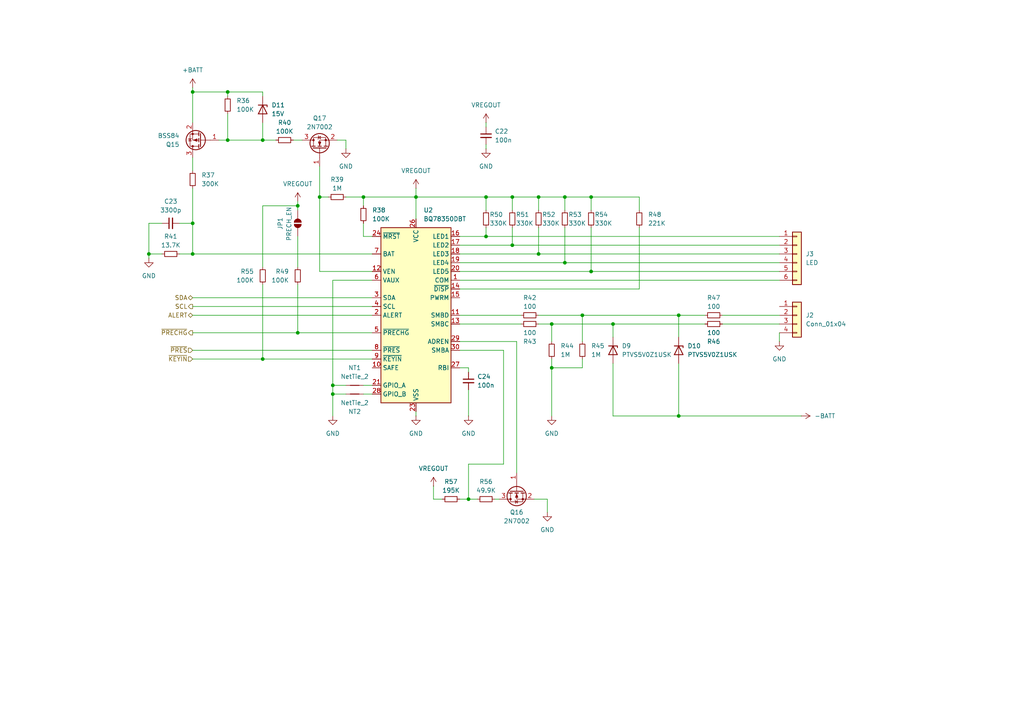
<source format=kicad_sch>
(kicad_sch (version 20231120) (generator "eeschema") (generator_version "8.0")
  (paper "A4")
  (lib_symbols
    (symbol "Battery_Management:BQ78350DBT"
      (property "Reference" "U" (at -10.16 26.67 0))
      (property "Value" "BQ78350DBT" (at 13.97 26.67 0))
      (symbol "BQ78350DBT_0_1"
        (rectangle (start -10.16 25.4) (end 10.16 -25.4) (stroke (width 0.254)) (fill (type background)))
      )
      (symbol "BQ78350DBT_1_1"
        (pin open_collector line (at 12.7 10.16 180) (length 2.54) (name "COM") (number "1"))
        (pin output line (at -12.7 -15.24 0) (length 2.54) (name "SAFE") (number "10"))
        (pin bidirectional line (at 12.7 0 180) (length 2.54) (name "SMBD") (number "11"))
        (pin open_collector line (at -12.7 12.7 0) (length 2.54) (name "VEN") (number "12"))
        (pin bidirectional line (at 12.7 -2.54 180) (length 2.54) (name "SMBC") (number "13"))
        (pin input line (at 12.7 7.62 180) (length 2.54) (name "~{DISP}") (number "14"))
        (pin open_collector line (at 12.7 5.08 180) (length 2.54) (name "PWRM") (number "15"))
        (pin output line (at 12.7 22.86 180) (length 2.54) (name "LED1") (number "16"))
        (pin output line (at 12.7 20.32 180) (length 2.54) (name "LED2") (number "17"))
        (pin output line (at 12.7 17.78 180) (length 2.54) (name "LED3") (number "18"))
        (pin output line (at 12.7 15.24 180) (length 2.54) (name "LED4") (number "19"))
        (pin bidirectional line (at -12.7 0 0) (length 2.54) (name "ALERT") (number "2"))
        (pin output line (at 12.7 12.7 180) (length 2.54) (name "LED5") (number "20"))
        (pin bidirectional line (at -12.7 -20.32 0) (length 2.54) (name "GPIO_A") (number "21"))
        (pin passive line (at 0 -27.94 90) (length 2.54) hide (name "VSS") (number "22"))
        (pin power_in line (at 0 -27.94 90) (length 2.54) (name "VSS") (number "23"))
        (pin input line (at -12.7 22.86 0) (length 2.54) (name "~{MRST}") (number "24"))
        (pin passive line (at 0 -27.94 90) (length 2.54) hide (name "VSS") (number "25"))
        (pin power_in line (at 0 27.94 270) (length 2.54) (name "VCC") (number "26"))
        (pin passive line (at 12.7 -15.24 180) (length 2.54) (name "RBI") (number "27"))
        (pin bidirectional line (at -12.7 -22.86 0) (length 2.54) (name "GPIO_B") (number "28"))
        (pin output line (at 12.7 -7.62 180) (length 2.54) (name "ADREN") (number "29"))
        (pin bidirectional line (at -12.7 5.08 0) (length 2.54) (name "SDA") (number "3"))
        (pin input line (at 12.7 -10.16 180) (length 2.54) (name "SMBA") (number "30"))
        (pin output line (at -12.7 2.54 0) (length 2.54) (name "SCL") (number "4"))
        (pin output line (at -12.7 -5.08 0) (length 2.54) (name "~{PRECHG}") (number "5"))
        (pin input line (at -12.7 10.16 0) (length 2.54) (name "VAUX") (number "6"))
        (pin input line (at -12.7 17.78 0) (length 2.54) (name "BAT") (number "7"))
        (pin input line (at -12.7 -10.16 0) (length 2.54) (name "~{PRES}") (number "8"))
        (pin input line (at -12.7 -12.7 0) (length 2.54) (name "~{KEYIN}") (number "9"))
      )
    )
    (symbol "Connector_Generic:Conn_01x04" (pin_names (offset 1.016) hide)
      (property "Reference" "J" (at 0 5.08 0))
      (property "Value" "Conn_01x04" (at 0 -7.62 0))
      (symbol "Conn_01x04_1_1"
        (rectangle (start -1.27 -4.953) (end 0 -5.207) (stroke (width 0.1524)))
        (rectangle (start -1.27 -2.413) (end 0 -2.667) (stroke (width 0.1524)))
        (rectangle (start -1.27 0.127) (end 0 -0.127) (stroke (width 0.1524)))
        (rectangle (start -1.27 2.667) (end 0 2.413) (stroke (width 0.1524)))
        (rectangle (start -1.27 3.81) (end 1.27 -6.35) (stroke (width 0.254)) (fill (type background)))
        (pin passive line (at -5.08 2.54 0) (length 3.81) (name "Pin_1") (number "1"))
        (pin passive line (at -5.08 0 0) (length 3.81) (name "Pin_2") (number "2"))
        (pin passive line (at -5.08 -2.54 0) (length 3.81) (name "Pin_3") (number "3"))
        (pin passive line (at -5.08 -5.08 0) (length 3.81) (name "Pin_4") (number "4"))
      )
    )
    (symbol "Connector_Generic:Conn_01x06" (pin_names (offset 1.016) hide)
      (property "Reference" "J" (at 0 7.62 0))
      (property "Value" "Conn_01x06" (at 0 -10.16 0))
      (symbol "Conn_01x06_1_1"
        (rectangle (start -1.27 -7.493) (end 0 -7.747) (stroke (width 0.1524)))
        (rectangle (start -1.27 -4.953) (end 0 -5.207) (stroke (width 0.1524)))
        (rectangle (start -1.27 -2.413) (end 0 -2.667) (stroke (width 0.1524)))
        (rectangle (start -1.27 0.127) (end 0 -0.127) (stroke (width 0.1524)))
        (rectangle (start -1.27 2.667) (end 0 2.413) (stroke (width 0.1524)))
        (rectangle (start -1.27 5.207) (end 0 4.953) (stroke (width 0.1524)))
        (rectangle (start -1.27 6.35) (end 1.27 -8.89) (stroke (width 0.254)) (fill (type background)))
        (pin passive line (at -5.08 5.08 0) (length 3.81) (name "Pin_1") (number "1"))
        (pin passive line (at -5.08 2.54 0) (length 3.81) (name "Pin_2") (number "2"))
        (pin passive line (at -5.08 0 0) (length 3.81) (name "Pin_3") (number "3"))
        (pin passive line (at -5.08 -2.54 0) (length 3.81) (name "Pin_4") (number "4"))
        (pin passive line (at -5.08 -5.08 0) (length 3.81) (name "Pin_5") (number "5"))
        (pin passive line (at -5.08 -7.62 0) (length 3.81) (name "Pin_6") (number "6"))
      )
    )
    (symbol "Device:C_Small" (pin_numbers hide) (pin_names (offset 0.254) hide)
      (property "Reference" "C" (at 0.254 1.778 0))
      (property "Value" "C_Small" (at 0.254 -2.032 0))
      (symbol "C_Small_0_1"
        (polyline (pts (xy -1.524 -0.508) (xy 1.524 -0.508)) (stroke (width 0.3302)))
        (polyline (pts (xy -1.524 0.508) (xy 1.524 0.508)) (stroke (width 0.3048)))
      )
      (symbol "C_Small_1_1"
        (pin passive line (at 0 2.54 270) (length 2.032) (name "~") (number "1"))
        (pin passive line (at 0 -2.54 90) (length 2.032) (name "~") (number "2"))
      )
    )
    (symbol "Device:D_Zener" (pin_numbers hide) (pin_names (offset 1.016) hide)
      (property "Reference" "D" (at 0 2.54 0))
      (property "Value" "D_Zener" (at 0 -2.54 0))
      (symbol "D_Zener_0_1"
        (polyline (pts (xy 1.27 0) (xy -1.27 0)))
        (polyline (pts (xy -1.27 -1.27) (xy -1.27 1.27) (xy -0.762 1.27)) (stroke (width 0.254)))
        (polyline (pts (xy 1.27 -1.27) (xy 1.27 1.27) (xy -1.27 0) (xy 1.27 -1.27)) (stroke (width 0.254)))
      )
      (symbol "D_Zener_1_1"
        (pin passive line (at -3.81 0 0) (length 2.54) (name "K") (number "1"))
        (pin passive line (at 3.81 0 180) (length 2.54) (name "A") (number "2"))
      )
    )
    (symbol "Device:NetTie_2" (pin_numbers hide) (pin_names (offset 0) hide) (in_bom no)
      (property "Reference" "NT" (at 0 1.27 0))
      (property "Value" "NetTie_2" (at 0 -1.27 0))
      (symbol "NetTie_2_0_1"
        (polyline (pts (xy -1.27 0) (xy 1.27 0)) (stroke (width 0.254)))
      )
      (symbol "NetTie_2_1_1"
        (pin passive line (at -2.54 0 0) (length 2.54) (name "1") (number "1"))
        (pin passive line (at 2.54 0 180) (length 2.54) (name "2") (number "2"))
      )
    )
    (symbol "Device:R_Small" (pin_numbers hide) (pin_names (offset 0.254) hide)
      (property "Reference" "R" (at 0.762 0.508 0))
      (property "Value" "R_Small" (at 0.762 -1.016 0))
      (symbol "R_Small_0_1"
        (rectangle (start -0.762 1.778) (end 0.762 -1.778) (stroke (width 0.2032)))
      )
      (symbol "R_Small_1_1"
        (pin passive line (at 0 2.54 270) (length 0.762) (name "~") (number "1"))
        (pin passive line (at 0 -2.54 90) (length 0.762) (name "~") (number "2"))
      )
    )
    (symbol "Diode:PTVS5V0Z1USK" (pin_numbers hide) (pin_names hide)
      (property "Reference" "D" (at 0 2.54 0))
      (property "Value" "PTVS5V0Z1USK" (at 0 -2.54 0))
      (symbol "PTVS5V0Z1USK_0_1"
        (polyline (pts (xy 1.27 0) (xy -1.27 0)))
        (polyline (pts (xy -1.27 -1.27) (xy -1.27 1.27) (xy -0.762 1.27)) (stroke (width 0.254)))
        (polyline (pts (xy 1.27 -1.27) (xy 1.27 1.27) (xy -1.27 0) (xy 1.27 -1.27)) (stroke (width 0.254)))
      )
      (symbol "PTVS5V0Z1USK_1_1"
        (pin passive line (at -3.81 0 0) (length 2.54) (name "K") (number "1"))
        (pin passive line (at 3.81 0 180) (length 2.54) (name "A") (number "2"))
      )
    )
    (symbol "Jumper:SolderJumper_2_Open" (pin_numbers hide) (pin_names (offset 0) hide) (exclude_from_sim yes) (in_bom no)
      (property "Reference" "JP" (at 0 2.032 0))
      (property "Value" "SolderJumper_2_Open" (at 0 -2.54 0))
      (symbol "SolderJumper_2_Open_0_1"
        (arc (start -0.254 1.016) (mid -1.2656 0) (end -0.254 -1.016))
        (arc (start -0.254 1.016) (mid -1.2656 0) (end -0.254 -1.016) (fill (type outline)))
        (polyline (pts (xy -0.254 1.016) (xy -0.254 -1.016)))
        (polyline (pts (xy 0.254 1.016) (xy 0.254 -1.016)))
        (arc (start 0.254 -1.016) (mid 1.2656 0) (end 0.254 1.016))
        (arc (start 0.254 -1.016) (mid 1.2656 0) (end 0.254 1.016) (fill (type outline)))
      )
      (symbol "SolderJumper_2_Open_1_1"
        (pin passive line (at -3.81 0 0) (length 2.54) (name "A") (number "1"))
        (pin passive line (at 3.81 0 180) (length 2.54) (name "B") (number "2"))
      )
    )
    (symbol "Transistor_FET:2N7002" (pin_names hide)
      (property "Reference" "Q" (at 5.08 1.905 0))
      (property "Value" "2N7002" (at 5.08 0 0))
      (symbol "2N7002_0_1"
        (polyline (pts (xy 0.254 0) (xy -2.54 0)))
        (polyline (pts (xy 0.254 1.905) (xy 0.254 -1.905)) (stroke (width 0.254)))
        (polyline (pts (xy 0.762 -1.27) (xy 0.762 -2.286)) (stroke (width 0.254)))
        (polyline (pts (xy 0.762 0.508) (xy 0.762 -0.508)) (stroke (width 0.254)))
        (polyline (pts (xy 0.762 2.286) (xy 0.762 1.27)) (stroke (width 0.254)))
        (polyline (pts (xy 2.54 2.54) (xy 2.54 1.778)))
        (polyline (pts (xy 2.54 -2.54) (xy 2.54 0) (xy 0.762 0)))
        (polyline (pts (xy 0.762 -1.778) (xy 3.302 -1.778) (xy 3.302 1.778) (xy 0.762 1.778)))
        (polyline (pts (xy 1.016 0) (xy 2.032 0.381) (xy 2.032 -0.381) (xy 1.016 0)) (fill (type outline)))
        (polyline (pts (xy 2.794 0.508) (xy 2.921 0.381) (xy 3.683 0.381) (xy 3.81 0.254)))
        (polyline (pts (xy 3.302 0.381) (xy 2.921 -0.254) (xy 3.683 -0.254) (xy 3.302 0.381)))
        (circle (center 1.651 0) (radius 2.794) (stroke (width 0.254)))
        (circle (center 2.54 -1.778) (radius 0.254) (fill (type outline)))
        (circle (center 2.54 1.778) (radius 0.254) (fill (type outline)))
      )
      (symbol "2N7002_1_1"
        (pin input line (at -5.08 0 0) (length 2.54) (name "G") (number "1"))
        (pin passive line (at 2.54 -5.08 90) (length 2.54) (name "S") (number "2"))
        (pin passive line (at 2.54 5.08 270) (length 2.54) (name "D") (number "3"))
      )
    )
    (symbol "Transistor_FET:BSS84" (pin_names hide)
      (property "Reference" "Q" (at 5.08 1.905 0))
      (property "Value" "BSS84" (at 5.08 0 0))
      (symbol "BSS84_0_1"
        (polyline (pts (xy 0.254 0) (xy -2.54 0)))
        (polyline (pts (xy 0.254 1.905) (xy 0.254 -1.905)) (stroke (width 0.254)))
        (polyline (pts (xy 0.762 -1.27) (xy 0.762 -2.286)) (stroke (width 0.254)))
        (polyline (pts (xy 0.762 0.508) (xy 0.762 -0.508)) (stroke (width 0.254)))
        (polyline (pts (xy 0.762 2.286) (xy 0.762 1.27)) (stroke (width 0.254)))
        (polyline (pts (xy 2.54 2.54) (xy 2.54 1.778)))
        (polyline (pts (xy 2.54 -2.54) (xy 2.54 0) (xy 0.762 0)))
        (polyline (pts (xy 0.762 1.778) (xy 3.302 1.778) (xy 3.302 -1.778) (xy 0.762 -1.778)))
        (polyline (pts (xy 2.286 0) (xy 1.27 0.381) (xy 1.27 -0.381) (xy 2.286 0)) (fill (type outline)))
        (polyline (pts (xy 2.794 -0.508) (xy 2.921 -0.381) (xy 3.683 -0.381) (xy 3.81 -0.254)))
        (polyline (pts (xy 3.302 -0.381) (xy 2.921 0.254) (xy 3.683 0.254) (xy 3.302 -0.381)))
        (circle (center 1.651 0) (radius 2.794) (stroke (width 0.254)))
        (circle (center 2.54 -1.778) (radius 0.254) (fill (type outline)))
        (circle (center 2.54 1.778) (radius 0.254) (fill (type outline)))
      )
      (symbol "BSS84_1_1"
        (pin input line (at -5.08 0 0) (length 2.54) (name "G") (number "1"))
        (pin passive line (at 2.54 -5.08 90) (length 2.54) (name "S") (number "2"))
        (pin passive line (at 2.54 5.08 270) (length 2.54) (name "D") (number "3"))
      )
    )
    (symbol "power:GND" (power) (pin_numbers hide) (pin_names (offset 0) hide)
      (property "Value" "GND" (at 0 -3.81 0))
      (symbol "GND_0_1"
        (polyline (pts (xy 0 0) (xy 0 -1.27) (xy 1.27 -1.27) (xy 0 -2.54) (xy -1.27 -1.27) (xy 0 -1.27)))
      )
      (symbol "GND_1_1"
        (pin power_in line (at 0 0 270) (length 0) (name "~") (number "1"))
      )
    )
    (symbol "power:VBUS" (power) (pin_numbers hide) (pin_names (offset 0) hide)
      (property "Value" "VBUS" (at 0 3.556 0))
      (symbol "VBUS_0_1"
        (polyline (pts (xy -0.762 1.27) (xy 0 2.54)))
        (polyline (pts (xy 0 0) (xy 0 2.54)))
        (polyline (pts (xy 0 2.54) (xy 0.762 1.27)))
      )
      (symbol "VBUS_1_1"
        (pin power_in line (at 0 0 90) (length 0) (name "~") (number "1"))
      )
    )
  )
  (junction (at 177.8 93.98))
  (junction (at 55.88 64.77))
  (junction (at 76.2 104.14))
  (junction (at 140.97 57.15))
  (junction (at 86.36 96.52))
  (junction (at 140.97 68.58))
  (junction (at 55.88 26.67))
  (junction (at 66.04 26.67))
  (junction (at 196.85 120.65))
  (junction (at 156.21 73.66))
  (junction (at 55.88 73.66))
  (junction (at 105.41 57.15))
  (junction (at 135.89 144.78))
  (junction (at 156.21 57.15))
  (junction (at 163.83 76.2))
  (junction (at 160.02 93.98))
  (junction (at 66.04 40.64))
  (junction (at 92.71 57.15))
  (junction (at 148.59 57.15))
  (junction (at 171.45 78.74))
  (junction (at 43.18 73.66))
  (junction (at 96.52 111.76))
  (junction (at 171.45 57.15))
  (junction (at 120.65 57.15))
  (junction (at 196.85 91.44))
  (junction (at 160.02 106.68))
  (junction (at 148.59 71.12))
  (junction (at 96.52 114.3))
  (junction (at 86.36 59.69))
  (junction (at 168.91 91.44))
  (junction (at 76.2 40.64))
  (junction (at 163.83 57.15))
  (wire (pts (xy 146.05 101.6) (xy 146.05 134.62)))
  (wire (pts (xy 133.35 68.58) (xy 140.97 68.58)))
  (wire (pts (xy 156.21 93.98) (xy 160.02 93.98)))
  (wire (pts (xy 107.95 78.74) (xy 92.71 78.74)))
  (wire (pts (xy 55.88 101.6) (xy 107.95 101.6)))
  (wire (pts (xy 46.99 64.77) (xy 43.18 64.77)))
  (wire (pts (xy 85.09 40.64) (xy 87.63 40.64)))
  (wire (pts (xy 66.04 27.94) (xy 66.04 26.67)))
  (wire (pts (xy 120.65 54.61) (xy 120.65 57.15)))
  (wire (pts (xy 135.89 107.95) (xy 135.89 106.68)))
  (wire (pts (xy 100.33 40.64) (xy 100.33 43.18)))
  (wire (pts (xy 96.52 114.3) (xy 96.52 120.65)))
  (wire (pts (xy 185.42 60.96) (xy 185.42 57.15)))
  (wire (pts (xy 76.2 82.55) (xy 76.2 104.14)))
  (wire (pts (xy 52.07 64.77) (xy 55.88 64.77)))
  (wire (pts (xy 196.85 105.41) (xy 196.85 120.65)))
  (wire (pts (xy 171.45 78.74) (xy 226.06 78.74)))
  (wire (pts (xy 177.8 120.65) (xy 177.8 105.41)))
  (wire (pts (xy 55.88 26.67) (xy 66.04 26.67)))
  (wire (pts (xy 185.42 66.04) (xy 185.42 83.82)))
  (wire (pts (xy 55.88 88.9) (xy 107.95 88.9)))
  (wire (pts (xy 140.97 35.56) (xy 140.97 36.83)))
  (wire (pts (xy 55.88 25.4) (xy 55.88 26.67)))
  (wire (pts (xy 156.21 73.66) (xy 156.21 66.04)))
  (wire (pts (xy 196.85 91.44) (xy 168.91 91.44)))
  (wire (pts (xy 140.97 68.58) (xy 140.97 66.04)))
  (wire (pts (xy 43.18 64.77) (xy 43.18 73.66)))
  (wire (pts (xy 151.13 91.44) (xy 133.35 91.44)))
  (wire (pts (xy 160.02 106.68) (xy 160.02 104.14)))
  (wire (pts (xy 135.89 144.78) (xy 138.43 144.78)))
  (wire (pts (xy 185.42 57.15) (xy 171.45 57.15)))
  (wire (pts (xy 86.36 96.52) (xy 107.95 96.52)))
  (wire (pts (xy 133.35 71.12) (xy 148.59 71.12)))
  (wire (pts (xy 96.52 111.76) (xy 96.52 114.3)))
  (wire (pts (xy 55.88 73.66) (xy 107.95 73.66)))
  (wire (pts (xy 168.91 104.14) (xy 168.91 106.68)))
  (wire (pts (xy 55.88 26.67) (xy 55.88 35.56)))
  (wire (pts (xy 55.88 64.77) (xy 55.88 73.66)))
  (wire (pts (xy 171.45 60.96) (xy 171.45 57.15)))
  (wire (pts (xy 196.85 120.65) (xy 177.8 120.65)))
  (wire (pts (xy 135.89 144.78) (xy 135.89 134.62)))
  (wire (pts (xy 140.97 57.15) (xy 120.65 57.15)))
  (wire (pts (xy 66.04 33.02) (xy 66.04 40.64)))
  (wire (pts (xy 63.5 40.64) (xy 66.04 40.64)))
  (wire (pts (xy 160.02 120.65) (xy 160.02 106.68)))
  (wire (pts (xy 55.88 91.44) (xy 107.95 91.44)))
  (wire (pts (xy 232.41 120.65) (xy 196.85 120.65)))
  (wire (pts (xy 177.8 93.98) (xy 204.47 93.98)))
  (wire (pts (xy 171.45 78.74) (xy 171.45 66.04)))
  (wire (pts (xy 148.59 71.12) (xy 148.59 66.04)))
  (wire (pts (xy 146.05 101.6) (xy 133.35 101.6)))
  (wire (pts (xy 185.42 83.82) (xy 133.35 83.82)))
  (wire (pts (xy 97.79 40.64) (xy 100.33 40.64)))
  (wire (pts (xy 86.36 59.69) (xy 86.36 60.96)))
  (wire (pts (xy 158.75 144.78) (xy 158.75 148.59)))
  (wire (pts (xy 120.65 120.65) (xy 120.65 119.38)))
  (wire (pts (xy 154.94 144.78) (xy 158.75 144.78)))
  (wire (pts (xy 196.85 91.44) (xy 204.47 91.44)))
  (wire (pts (xy 55.88 86.36) (xy 107.95 86.36)))
  (wire (pts (xy 133.35 73.66) (xy 156.21 73.66)))
  (wire (pts (xy 148.59 57.15) (xy 148.59 60.96)))
  (wire (pts (xy 96.52 111.76) (xy 100.33 111.76)))
  (wire (pts (xy 156.21 57.15) (xy 148.59 57.15)))
  (wire (pts (xy 55.88 54.61) (xy 55.88 64.77)))
  (wire (pts (xy 160.02 99.06) (xy 160.02 93.98)))
  (wire (pts (xy 135.89 106.68) (xy 133.35 106.68)))
  (wire (pts (xy 76.2 40.64) (xy 80.01 40.64)))
  (wire (pts (xy 76.2 26.67) (xy 66.04 26.67)))
  (wire (pts (xy 196.85 97.79) (xy 196.85 91.44)))
  (wire (pts (xy 76.2 104.14) (xy 107.95 104.14)))
  (wire (pts (xy 171.45 57.15) (xy 163.83 57.15)))
  (wire (pts (xy 156.21 73.66) (xy 226.06 73.66)))
  (wire (pts (xy 105.41 57.15) (xy 105.41 59.69)))
  (wire (pts (xy 133.35 81.28) (xy 226.06 81.28)))
  (wire (pts (xy 148.59 57.15) (xy 140.97 57.15)))
  (wire (pts (xy 92.71 57.15) (xy 95.25 57.15)))
  (wire (pts (xy 168.91 91.44) (xy 168.91 99.06)))
  (wire (pts (xy 209.55 93.98) (xy 226.06 93.98)))
  (wire (pts (xy 43.18 73.66) (xy 43.18 74.93)))
  (wire (pts (xy 86.36 82.55) (xy 86.36 96.52)))
  (wire (pts (xy 163.83 76.2) (xy 163.83 66.04)))
  (wire (pts (xy 55.88 96.52) (xy 86.36 96.52)))
  (wire (pts (xy 133.35 144.78) (xy 135.89 144.78)))
  (wire (pts (xy 156.21 57.15) (xy 156.21 60.96)))
  (wire (pts (xy 96.52 81.28) (xy 96.52 111.76)))
  (wire (pts (xy 105.41 57.15) (xy 120.65 57.15)))
  (wire (pts (xy 105.41 68.58) (xy 105.41 64.77)))
  (wire (pts (xy 163.83 57.15) (xy 163.83 60.96)))
  (wire (pts (xy 135.89 120.65) (xy 135.89 113.03)))
  (wire (pts (xy 125.73 144.78) (xy 128.27 144.78)))
  (wire (pts (xy 105.41 114.3) (xy 107.95 114.3)))
  (wire (pts (xy 125.73 140.97) (xy 125.73 144.78)))
  (wire (pts (xy 86.36 58.42) (xy 86.36 59.69)))
  (wire (pts (xy 226.06 99.06) (xy 226.06 96.52)))
  (wire (pts (xy 105.41 111.76) (xy 107.95 111.76)))
  (wire (pts (xy 76.2 59.69) (xy 86.36 59.69)))
  (wire (pts (xy 133.35 78.74) (xy 171.45 78.74)))
  (wire (pts (xy 177.8 97.79) (xy 177.8 93.98)))
  (wire (pts (xy 107.95 81.28) (xy 96.52 81.28)))
  (wire (pts (xy 66.04 40.64) (xy 76.2 40.64)))
  (wire (pts (xy 55.88 104.14) (xy 76.2 104.14)))
  (wire (pts (xy 96.52 114.3) (xy 100.33 114.3)))
  (wire (pts (xy 76.2 35.56) (xy 76.2 40.64)))
  (wire (pts (xy 135.89 134.62) (xy 146.05 134.62)))
  (wire (pts (xy 163.83 76.2) (xy 226.06 76.2)))
  (wire (pts (xy 55.88 49.53) (xy 55.88 45.72)))
  (wire (pts (xy 52.07 73.66) (xy 55.88 73.66)))
  (wire (pts (xy 76.2 77.47) (xy 76.2 59.69)))
  (wire (pts (xy 209.55 91.44) (xy 226.06 91.44)))
  (wire (pts (xy 92.71 48.26) (xy 92.71 57.15)))
  (wire (pts (xy 76.2 27.94) (xy 76.2 26.67)))
  (wire (pts (xy 92.71 57.15) (xy 92.71 78.74)))
  (wire (pts (xy 163.83 57.15) (xy 156.21 57.15)))
  (wire (pts (xy 156.21 91.44) (xy 168.91 91.44)))
  (wire (pts (xy 151.13 93.98) (xy 133.35 93.98)))
  (wire (pts (xy 160.02 93.98) (xy 177.8 93.98)))
  (wire (pts (xy 100.33 57.15) (xy 105.41 57.15)))
  (wire (pts (xy 43.18 73.66) (xy 46.99 73.66)))
  (wire (pts (xy 120.65 57.15) (xy 120.65 63.5)))
  (wire (pts (xy 149.86 99.06) (xy 149.86 137.16)))
  (wire (pts (xy 168.91 106.68) (xy 160.02 106.68)))
  (wire (pts (xy 133.35 99.06) (xy 149.86 99.06)))
  (wire (pts (xy 140.97 43.18) (xy 140.97 41.91)))
  (wire (pts (xy 143.51 144.78) (xy 144.78 144.78)))
  (wire (pts (xy 140.97 68.58) (xy 226.06 68.58)))
  (wire (pts (xy 140.97 57.15) (xy 140.97 60.96)))
  (wire (pts (xy 148.59 71.12) (xy 226.06 71.12)))
  (wire (pts (xy 107.95 68.58) (xy 105.41 68.58)))
  (wire (pts (xy 86.36 68.58) (xy 86.36 77.47)))
  (wire (pts (xy 133.35 76.2) (xy 163.83 76.2)))
  (hierarchical_label "SDA" (shape bidirectional) (at 55.88 86.36 180))
  (hierarchical_label "SCL" (shape output) (at 55.88 88.9 180))
  (hierarchical_label "~{PRES}" (shape input) (at 55.88 101.6 180))
  (hierarchical_label "~{PRECHG}" (shape output) (at 55.88 96.52 180))
  (hierarchical_label "ALERT" (shape bidirectional) (at 55.88 91.44 180))
  (hierarchical_label "~{KEYIN}" (shape input) (at 55.88 104.14 180))
  (symbol (lib_id "power:VBUS") (at 86.36 58.42 0) (unit 1)
    (property "Reference" "#PWR039" (effects (hide yes)))
    (property "Value" "VREGOUT" (at 86.36 53.34 0))
    (property "Description" "Power symbol creates a global label with name \"VBUS\"" (effects (hide yes)))
  )
  (symbol (lib_id "Device:R_Small") (at 66.04 30.48 0) (unit 1)
    (property "Reference" "R36" (at 68.58 29.2099 0) (effects (justify left)))
    (property "Value" "100K" (at 68.58 31.7499 0) (effects (justify left)))
    (property "Description" "Resistor, small symbol" (effects (hide yes)))
  )
  (symbol (lib_id "Transistor_FET:BSS84") (at 58.42 40.64 180) (unit 1)
    (property "Reference" "Q15" (at 52.07 41.9101 0) (effects (justify left)))
    (property "Value" "BSS84" (at 52.07 39.3701 0) (effects (justify left)))
    (property "Footprint" "Package_TO_SOT_SMD:SOT-23" (effects (hide yes)))
    (property "Datasheet" "http://assets.nexperia.com/documents/data-sheet/BSS84.pdf" (effects (hide yes)))
    (property "Description" "-0.13A Id, -50V Vds, P-Channel MOSFET, SOT-23" (effects (hide yes)))
  )
  (symbol (lib_id "Device:R_Small") (at 148.59 63.5 0) (unit 1)
    (property "Reference" "R51" (at 149.606 62.23 0) (effects (justify left)))
    (property "Value" "330K" (at 149.606 64.77 0) (effects (justify left)))
    (property "Description" "Resistor, small symbol" (effects (hide yes)))
  )
  (symbol (lib_id "Diode:PTVS5V0Z1USK") (at 177.8 101.6 270) (unit 1)
    (property "Reference" "D9" (at 180.34 100.3299 90) (effects (justify left)))
    (property "Value" "PTVS5V0Z1USK" (at 180.34 102.8699 90) (effects (justify left)))
    (property "Footprint" "Diode_SMD:Nexperia_DSN1608-2_1.6x0.8mm" (effects (hide yes)))
    (property "Datasheet" "https://assets.nexperia.com/documents/data-sheet/PTVS5V0Z1USK.pdf" (effects (hide yes)))
    (property "Description" "5V, 1200W TVS unidirectional diode, DSN1608-2" (effects (hide yes)))
  )
  (symbol (lib_id "Device:R_Small") (at 153.67 93.98 90) (mirror x) (unit 1)
    (property "Reference" "R43" (at 153.67 99.06 90))
    (property "Value" "100" (at 153.67 96.52 90))
    (property "Description" "Resistor, small symbol" (effects (hide yes)))
  )
  (symbol (lib_id "Device:C_Small") (at 140.97 39.37 0) (unit 1)
    (property "Reference" "C22" (at 143.51 38.1062 0) (effects (justify left)))
    (property "Value" "100n" (at 143.51 40.6462 0) (effects (justify left)))
    (property "Description" "Unpolarized capacitor, small symbol" (effects (hide yes)))
  )
  (symbol (lib_id "Device:R_Small") (at 168.91 101.6 0) (unit 1)
    (property "Reference" "R45" (at 171.45 100.3299 0) (effects (justify left)))
    (property "Value" "1M" (at 171.45 102.8699 0) (effects (justify left)))
    (property "Description" "Resistor, small symbol" (effects (hide yes)))
  )
  (symbol (lib_id "power:GND") (at 120.65 120.65 0) (unit 1)
    (property "Reference" "#PWR032" (effects (hide yes)))
    (property "Value" "GND" (at 120.65 125.73 0))
    (property "Description" "Power symbol creates a global label with name \"GND\" , ground" (effects (hide yes)))
  )
  (symbol (lib_id "Transistor_FET:2N7002") (at 149.86 142.24 90) (mirror x) (unit 1)
    (property "Reference" "Q16" (at 149.86 148.59 90))
    (property "Value" "2N7002" (at 149.86 151.13 90))
    (property "Footprint" "Package_TO_SOT_SMD:SOT-23" (effects (hide yes)))
    (property "Datasheet" "https://www.onsemi.com/pub/Collateral/NDS7002A-D.PDF" (effects (hide yes)))
    (property "Description" "0.115A Id, 60V Vds, N-Channel MOSFET, SOT-23" (effects (hide yes)))
  )
  (symbol (lib_id "power:GND") (at 158.75 148.59 0) (unit 1)
    (property "Reference" "#PWR027" (effects (hide yes)))
    (property "Value" "GND" (at 158.75 153.67 0))
    (property "Description" "Power symbol creates a global label with name \"GND\" , ground" (effects (hide yes)))
  )
  (symbol (lib_id "Device:R_Small") (at 86.36 80.01 0) (mirror y) (unit 1)
    (property "Reference" "R49" (at 83.82 78.7399 0) (effects (justify left)))
    (property "Value" "100K" (at 83.82 81.2799 0) (effects (justify left)))
    (property "Description" "Resistor, small symbol" (effects (hide yes)))
  )
  (symbol (lib_id "Device:R_Small") (at 140.97 144.78 90) (unit 1)
    (property "Reference" "R56" (at 140.97 139.7 90))
    (property "Value" "49.9K" (at 140.97 142.24 90))
    (property "Description" "Resistor, small symbol" (effects (hide yes)))
  )
  (symbol (lib_id "Device:R_Small") (at 76.2 80.01 0) (mirror y) (unit 1)
    (property "Reference" "R55" (at 73.66 78.7399 0) (effects (justify left)))
    (property "Value" "100K" (at 73.66 81.2799 0) (effects (justify left)))
    (property "Description" "Resistor, small symbol" (effects (hide yes)))
  )
  (symbol (lib_id "Device:R_Small") (at 140.97 63.5 0) (unit 1)
    (property "Reference" "R50" (at 141.986 62.23 0) (effects (justify left)))
    (property "Value" "330K" (at 141.986 64.77 0) (effects (justify left)))
    (property "Description" "Resistor, small symbol" (effects (hide yes)))
  )
  (symbol (lib_id "Device:R_Small") (at 207.01 91.44 90) (unit 1)
    (property "Reference" "R47" (at 207.01 86.36 90))
    (property "Value" "100" (at 207.01 88.9 90))
    (property "Description" "Resistor, small symbol" (effects (hide yes)))
  )
  (symbol (lib_id "Connector_Generic:Conn_01x06") (at 231.14 73.66 0) (unit 1)
    (property "Reference" "J3" (at 233.68 73.6599 0) (effects (justify left)))
    (property "Value" "LED" (at 233.68 76.1999 0) (effects (justify left)))
    (property "Description" "Generic connector, single row, 01x06, script generated (kicad-library-utils/schlib/autogen/connector/)" (effects (hide yes)))
  )
  (symbol (lib_id "Device:R_Small") (at 163.83 63.5 0) (unit 1)
    (property "Reference" "R53" (at 164.846 62.23 0) (effects (justify left)))
    (property "Value" "330K" (at 164.846 64.77 0) (effects (justify left)))
    (property "Description" "Resistor, small symbol" (effects (hide yes)))
  )
  (symbol (lib_id "Device:R_Small") (at 185.42 63.5 0) (unit 1)
    (property "Reference" "R48" (at 187.96 62.2299 0) (effects (justify left)))
    (property "Value" "221K" (at 187.96 64.7699 0) (effects (justify left)))
    (property "Description" "Resistor, small symbol" (effects (hide yes)))
  )
  (symbol (lib_id "Device:R_Small") (at 153.67 91.44 90) (unit 1)
    (property "Reference" "R42" (at 153.67 86.36 90))
    (property "Value" "100" (at 153.67 88.9 90))
    (property "Description" "Resistor, small symbol" (effects (hide yes)))
  )
  (symbol (lib_id "Device:R_Small") (at 130.81 144.78 90) (unit 1)
    (property "Reference" "R57" (at 130.81 139.7 90))
    (property "Value" "195K" (at 130.81 142.24 90))
    (property "Description" "Resistor, small symbol" (effects (hide yes)))
  )
  (symbol (lib_id "Device:R_Small") (at 160.02 101.6 0) (unit 1)
    (property "Reference" "R44" (at 162.56 100.3299 0) (effects (justify left)))
    (property "Value" "1M" (at 162.56 102.8699 0) (effects (justify left)))
    (property "Description" "Resistor, small symbol" (effects (hide yes)))
  )
  (symbol (lib_id "power:GND") (at 140.97 43.18 0) (unit 1)
    (property "Reference" "#PWR025" (effects (hide yes)))
    (property "Value" "GND" (at 140.97 48.26 0))
    (property "Description" "Power symbol creates a global label with name \"GND\" , ground" (effects (hide yes)))
  )
  (symbol (lib_id "Device:NetTie_2") (at 102.87 114.3 0) (mirror x) (unit 1) (in_bom no)
    (property "Reference" "NT2" (at 102.87 119.38 0))
    (property "Value" "NetTie_2" (at 102.87 116.84 0))
    (property "Description" "Net tie, 2 pins" (effects (hide yes)))
  )
  (symbol (lib_id "Device:D_Zener") (at 76.2 31.75 270) (unit 1)
    (property "Reference" "D11" (at 78.74 30.4799 90) (effects (justify left)))
    (property "Value" "15V" (at 78.74 33.0199 90) (effects (justify left)))
    (property "Description" "Zener diode" (effects (hide yes)))
  )
  (symbol (lib_id "Device:R_Small") (at 55.88 52.07 0) (unit 1)
    (property "Reference" "R37" (at 58.42 50.7999 0) (effects (justify left)))
    (property "Value" "300K" (at 58.42 53.3399 0) (effects (justify left)))
    (property "Description" "Resistor, small symbol" (effects (hide yes)))
  )
  (symbol (lib_id "Device:R_Small") (at 156.21 63.5 0) (unit 1)
    (property "Reference" "R52" (at 157.226 62.23 0) (effects (justify left)))
    (property "Value" "330K" (at 157.226 64.77 0) (effects (justify left)))
    (property "Description" "Resistor, small symbol" (effects (hide yes)))
  )
  (symbol (lib_id "power:GND") (at 43.18 74.93 0) (unit 1)
    (property "Reference" "#PWR030" (effects (hide yes)))
    (property "Value" "GND" (at 43.18 80.01 0))
    (property "Description" "Power symbol creates a global label with name \"GND\" , ground" (effects (hide yes)))
  )
  (symbol (lib_id "power:GND") (at 160.02 120.65 0) (unit 1)
    (property "Reference" "#PWR035" (effects (hide yes)))
    (property "Value" "GND" (at 160.02 125.73 0))
    (property "Description" "Power symbol creates a global label with name \"GND\" , ground" (effects (hide yes)))
  )
  (symbol (lib_id "Device:R_Small") (at 82.55 40.64 90) (unit 1)
    (property "Reference" "R40" (at 82.55 35.56 90))
    (property "Value" "100K" (at 82.55 38.1 90))
    (property "Description" "Resistor, small symbol" (effects (hide yes)))
  )
  (symbol (lib_id "Battery_Management:BQ78350DBT") (at 120.65 91.44 0) (unit 1)
    (property "Reference" "U2" (at 122.8441 60.96 0) (effects (justify left)))
    (property "Value" "BQ78350DBT" (at 122.8441 63.5 0) (effects (justify left)))
    (property "Footprint" "Package_SO:TSSOP-30_4.4x7.8mm_P0.5mm" (effects (hide yes)))
    (property "Datasheet" "http://www.ti.com/lit/ds/symlink/bq78350.pdf" (effects (hide yes)))
    (property "Description" "Lithium battery fuel gauge, battery management controller for BQ769x0, TSSOP-30" (effects (hide yes)))
  )
  (symbol (lib_id "power:GND") (at 135.89 120.65 0) (unit 1)
    (property "Reference" "#PWR033" (effects (hide yes)))
    (property "Value" "GND" (at 135.89 125.73 0))
    (property "Description" "Power symbol creates a global label with name \"GND\" , ground" (effects (hide yes)))
  )
  (symbol (lib_id "Device:R_Small") (at 97.79 57.15 90) (unit 1)
    (property "Reference" "R39" (at 97.79 52.07 90))
    (property "Value" "1M" (at 97.79 54.61 90))
    (property "Description" "Resistor, small symbol" (effects (hide yes)))
  )
  (symbol (lib_id "Device:C_Small") (at 135.89 110.49 0) (unit 1)
    (property "Reference" "C24" (at 138.43 109.2262 0) (effects (justify left)))
    (property "Value" "100n" (at 138.43 111.7662 0) (effects (justify left)))
    (property "Description" "Unpolarized capacitor, small symbol" (effects (hide yes)))
  )
  (symbol (lib_id "Device:R_Small") (at 105.41 62.23 0) (unit 1)
    (property "Reference" "R38" (at 107.95 60.9599 0) (effects (justify left)))
    (property "Value" "100K" (at 107.95 63.4999 0) (effects (justify left)))
    (property "Description" "Resistor, small symbol" (effects (hide yes)))
  )
  (symbol (lib_id "power:VBUS") (at 55.88 25.4 0) (unit 1)
    (property "Reference" "#PWR029" (effects (hide yes)))
    (property "Value" "+BATT" (at 55.88 20.32 0))
    (property "Description" "Power symbol creates a global label with name \"VBUS\"" (effects (hide yes)))
  )
  (symbol (lib_id "power:VBUS") (at 120.65 54.61 0) (unit 1)
    (property "Reference" "#PWR022" (effects (hide yes)))
    (property "Value" "VREGOUT" (at 120.65 49.53 0))
    (property "Description" "Power symbol creates a global label with name \"VBUS\"" (effects (hide yes)))
  )
  (symbol (lib_id "Device:R_Small") (at 171.45 63.5 0) (unit 1)
    (property "Reference" "R54" (at 172.466 62.23 0) (effects (justify left)))
    (property "Value" "330K" (at 172.466 64.77 0) (effects (justify left)))
    (property "Description" "Resistor, small symbol" (effects (hide yes)))
  )
  (symbol (lib_id "Connector_Generic:Conn_01x04") (at 231.14 91.44 0) (unit 1)
    (property "Reference" "J2" (at 233.68 91.4399 0) (effects (justify left)))
    (property "Value" "Conn_01x04" (at 233.68 93.9799 0) (effects (justify left)))
    (property "Description" "Generic connector, single row, 01x04, script generated (kicad-library-utils/schlib/autogen/connector/)" (effects (hide yes)))
  )
  (symbol (lib_id "Device:R_Small") (at 49.53 73.66 90) (unit 1)
    (property "Reference" "R41" (at 49.53 68.58 90))
    (property "Value" "13.7K" (at 49.53 71.12 90))
    (property "Description" "Resistor, small symbol" (effects (hide yes)))
  )
  (symbol (lib_id "Device:R_Small") (at 207.01 93.98 90) (mirror x) (unit 1)
    (property "Reference" "R46" (at 207.01 99.06 90))
    (property "Value" "100" (at 207.01 96.52 90))
    (property "Description" "Resistor, small symbol" (effects (hide yes)))
  )
  (symbol (lib_id "Transistor_FET:2N7002") (at 92.71 43.18 90) (unit 1)
    (property "Reference" "Q17" (at 92.71 34.29 90))
    (property "Value" "2N7002" (at 92.71 36.83 90))
    (property "Footprint" "Package_TO_SOT_SMD:SOT-23" (effects (hide yes)))
    (property "Datasheet" "https://www.onsemi.com/pub/Collateral/NDS7002A-D.PDF" (effects (hide yes)))
    (property "Description" "0.115A Id, 60V Vds, N-Channel MOSFET, SOT-23" (effects (hide yes)))
  )
  (symbol (lib_id "power:GND") (at 226.06 99.06 0) (unit 1)
    (property "Reference" "#PWR037" (effects (hide yes)))
    (property "Value" "GND" (at 226.06 104.14 0))
    (property "Description" "Power symbol creates a global label with name \"GND\" , ground" (effects (hide yes)))
  )
  (symbol (lib_id "power:GND") (at 96.52 120.65 0) (unit 1)
    (property "Reference" "#PWR031" (effects (hide yes)))
    (property "Value" "GND" (at 96.52 125.73 0))
    (property "Description" "Power symbol creates a global label with name \"GND\" , ground" (effects (hide yes)))
  )
  (symbol (lib_id "Jumper:SolderJumper_2_Open") (at 86.36 64.77 270) (mirror x) (unit 1) (exclude_from_sim yes) (in_bom no)
    (property "Reference" "JP1" (at 81.28 62.992 0) (effects (justify right)))
    (property "Value" "PRECH_EN" (at 83.82 59.944 0) (effects (justify right)))
    (property "Description" "Solder Jumper, 2-pole, open" (effects (hide yes)))
  )
  (symbol (lib_id "Device:NetTie_2") (at 102.87 111.76 0) (unit 1) (in_bom no)
    (property "Reference" "NT1" (at 102.87 106.68 0))
    (property "Value" "NetTie_2" (at 102.87 109.22 0))
    (property "Description" "Net tie, 2 pins" (effects (hide yes)))
  )
  (symbol (lib_id "power:VBUS") (at 140.97 35.56 0) (unit 1)
    (property "Reference" "#PWR026" (effects (hide yes)))
    (property "Value" "VREGOUT" (at 140.97 30.48 0))
    (property "Description" "Power symbol creates a global label with name \"VBUS\"" (effects (hide yes)))
  )
  (symbol (lib_id "power:GND") (at 100.33 43.18 0) (unit 1)
    (property "Reference" "#PWR028" (effects (hide yes)))
    (property "Value" "GND" (at 100.33 48.26 0))
    (property "Description" "Power symbol creates a global label with name \"GND\" , ground" (effects (hide yes)))
  )
  (symbol (lib_id "power:VBUS") (at 125.73 140.97 0) (unit 1)
    (property "Reference" "#PWR034" (effects (hide yes)))
    (property "Value" "VREGOUT" (at 125.73 135.89 0))
    (property "Description" "Power symbol creates a global label with name \"VBUS\"" (effects (hide yes)))
  )
  (symbol (lib_id "Diode:PTVS5V0Z1USK") (at 196.85 101.6 270) (unit 1)
    (property "Reference" "D10" (at 199.39 100.3299 90) (effects (justify left)))
    (property "Value" "PTVS5V0Z1USK" (at 199.39 102.8699 90) (effects (justify left)))
    (property "Footprint" "Diode_SMD:Nexperia_DSN1608-2_1.6x0.8mm" (effects (hide yes)))
    (property "Datasheet" "https://assets.nexperia.com/documents/data-sheet/PTVS5V0Z1USK.pdf" (effects (hide yes)))
    (property "Description" "5V, 1200W TVS unidirectional diode, DSN1608-2" (effects (hide yes)))
  )
  (symbol (lib_id "power:VBUS") (at 232.41 120.65 270) (unit 1)
    (property "Reference" "#PWR036" (effects (hide yes)))
    (property "Value" "-BATT" (at 236.22 120.6499 90) (effects (justify left)))
    (property "Description" "Power symbol creates a global label with name \"VBUS\"" (effects (hide yes)))
  )
  (symbol (lib_id "Device:C_Small") (at 49.53 64.77 90) (unit 1)
    (property "Reference" "C23" (at 49.5363 58.42 90))
    (property "Value" "3300p" (at 49.5363 60.96 90))
    (property "Description" "Unpolarized capacitor, small symbol" (effects (hide yes)))
  )
)
</source>
